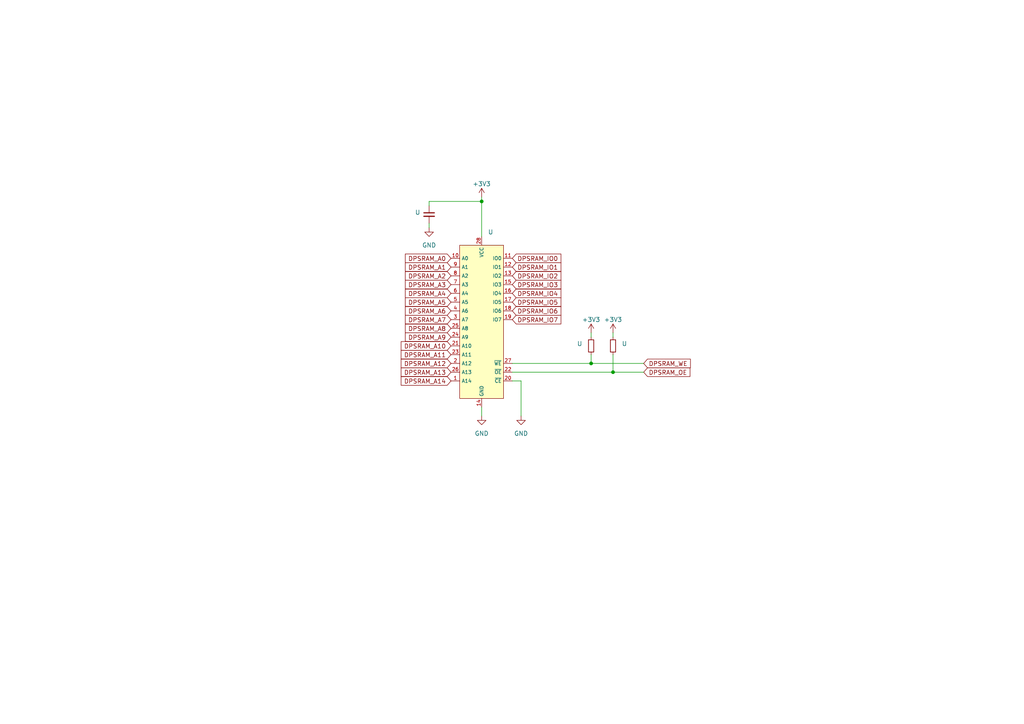
<source format=kicad_sch>
(kicad_sch (version 20220404) (generator eeschema)
  (paper "A4")
  (lib_symbols
    (symbol "Device:C_Small" (pin_numbers hide) (pin_names (offset 0.254) hide)
      (property "Reference" "C" (at 0.254 1.778 0))
      (property "Value" "C_Small" (at 0.254 -2.032 0))
      (symbol "C_Small_0_1"
        (polyline (pts (xy -1.524 -0.508) (xy 1.524 -0.508)) (stroke (width 0.3302)))
        (polyline (pts (xy -1.524 0.508) (xy 1.524 0.508)) (stroke (width 0.3048)))
      )
      (symbol "C_Small_1_1"
        (pin passive line (at 0 2.54 270) (length 2.032) (name "~") (number "1"))
        (pin passive line (at 0 -2.54 90) (length 2.032) (name "~") (number "2"))
      )
    )
    (symbol "Device:R_Small" (pin_numbers hide) (pin_names (offset 0.254) hide)
      (property "Reference" "R" (at 0.762 0.508 0))
      (property "Value" "R_Small" (at 0.762 -1.016 0))
      (symbol "R_Small_0_1"
        (rectangle (start -0.762 1.778) (end 0.762 -1.778) (stroke (width 0.2032)))
      )
      (symbol "R_Small_1_1"
        (pin passive line (at 0 2.54 270) (length 0.762) (name "~") (number "1"))
        (pin passive line (at 0 -2.54 90) (length 0.762) (name "~") (number "2"))
      )
    )
    (symbol "IS62LV256:S62LV256AL-45TLI"
      (property "Reference" "U?" (at 1.8289 -2.54 0))
      (property "Value" "S62LV256AL-45TLI" (at 1.8289 -5.08 0))
      (symbol "S62LV256AL-45TLI_0_1"
        (rectangle (start -6.35 -6.35) (end 6.35 -50.8) (stroke (width 0.1524)) (fill (type background)))
      )
      (symbol "S62LV256AL-45TLI_1_1"
        (pin input line (at -8.89 -45.72 0) (length 2.54) (name "A14") (number "1"))
        (pin input line (at -8.89 -10.16 0) (length 2.54) (name "A0") (number "10"))
        (pin bidirectional line (at 8.89 -10.16 180) (length 2.54) (name "IO0") (number "11"))
        (pin bidirectional line (at 8.89 -12.7 180) (length 2.54) (name "IO1") (number "12"))
        (pin bidirectional line (at 8.89 -15.24 180) (length 2.54) (name "IO2") (number "13"))
        (pin power_in line (at 0 -53.34 90) (length 2.54) (name "GND") (number "14"))
        (pin bidirectional line (at 8.89 -17.78 180) (length 2.54) (name "IO3") (number "15"))
        (pin bidirectional line (at 8.89 -20.32 180) (length 2.54) (name "IO4") (number "16"))
        (pin bidirectional line (at 8.89 -22.86 180) (length 2.54) (name "IO5") (number "17"))
        (pin bidirectional line (at 8.89 -25.4 180) (length 2.54) (name "IO6") (number "18"))
        (pin bidirectional line (at 8.89 -27.94 180) (length 2.54) (name "IO7") (number "19"))
        (pin input line (at -8.89 -40.64 0) (length 2.54) (name "A12") (number "2"))
        (pin input line (at 8.89 -45.72 180) (length 2.54) (name "~{CE}") (number "20"))
        (pin input line (at -8.89 -35.56 0) (length 2.54) (name "A10") (number "21"))
        (pin input line (at 8.89 -43.18 180) (length 2.54) (name "~{OE}") (number "22"))
        (pin input line (at -8.89 -38.1 0) (length 2.54) (name "A11") (number "23"))
        (pin input line (at -8.89 -33.02 0) (length 2.54) (name "A9") (number "24"))
        (pin input line (at -8.89 -30.48 0) (length 2.54) (name "A8") (number "25"))
        (pin input line (at -8.89 -43.18 0) (length 2.54) (name "A13") (number "26"))
        (pin input line (at 8.89 -40.64 180) (length 2.54) (name "~{WE}") (number "27"))
        (pin power_in line (at 0 -3.81 270) (length 2.54) (name "VCC") (number "28"))
        (pin input line (at -8.89 -27.94 0) (length 2.54) (name "A7") (number "3"))
        (pin input line (at -8.89 -25.4 0) (length 2.54) (name "A6") (number "4"))
        (pin input line (at -8.89 -22.86 0) (length 2.54) (name "A5") (number "5"))
        (pin input line (at -8.89 -20.32 0) (length 2.54) (name "A4") (number "6"))
        (pin input line (at -8.89 -17.78 0) (length 2.54) (name "A3") (number "7"))
        (pin input line (at -8.89 -15.24 0) (length 2.54) (name "A2") (number "8"))
        (pin input line (at -8.89 -12.7 0) (length 2.54) (name "A1") (number "9"))
      )
    )
    (symbol "power:+3V3" (power) (pin_names (offset 0))
      (property "Value" "+3V3" (at 0 3.556 0))
      (symbol "+3V3_0_1"
        (polyline (pts (xy -0.762 1.27) (xy 0 2.54)))
        (polyline (pts (xy 0 0) (xy 0 2.54)))
        (polyline (pts (xy 0 2.54) (xy 0.762 1.27)))
      )
      (symbol "+3V3_1_1"
        (pin power_in line (at 0 0 90) (length 0) hide (name "+3V3") (number "1"))
      )
    )
    (symbol "power:GND" (power) (pin_names (offset 0))
      (property "Value" "GND" (at 0 -3.81 0))
      (symbol "GND_0_1"
        (polyline (pts (xy 0 0) (xy 0 -1.27) (xy 1.27 -1.27) (xy 0 -2.54) (xy -1.27 -1.27) (xy 0 -1.27)))
      )
      (symbol "GND_1_1"
        (pin power_in line (at 0 0 270) (length 0) hide (name "GND") (number "1"))
      )
    )
  )
  (junction (at 177.8 107.95))
  (junction (at 171.45 105.41))
  (junction (at 139.7 58.42))
  (wire (pts (xy 148.59 105.41) (xy 171.45 105.41)))
  (wire (pts (xy 171.45 102.87) (xy 171.45 105.41)))
  (wire (pts (xy 171.45 105.41) (xy 186.69 105.41)))
  (wire (pts (xy 148.59 110.49) (xy 151.13 110.49)))
  (wire (pts (xy 177.8 107.95) (xy 186.69 107.95)))
  (wire (pts (xy 124.46 58.42) (xy 124.46 59.69)))
  (wire (pts (xy 151.13 110.49) (xy 151.13 120.65)))
  (wire (pts (xy 124.46 64.77) (xy 124.46 66.04)))
  (wire (pts (xy 139.7 58.42) (xy 124.46 58.42)))
  (wire (pts (xy 139.7 57.15) (xy 139.7 58.42)))
  (wire (pts (xy 177.8 96.52) (xy 177.8 97.79)))
  (wire (pts (xy 171.45 96.52) (xy 171.45 97.79)))
  (wire (pts (xy 139.7 68.58) (xy 139.7 58.42)))
  (wire (pts (xy 139.7 118.11) (xy 139.7 120.65)))
  (wire (pts (xy 177.8 107.95) (xy 177.8 102.87)))
  (wire (pts (xy 148.59 107.95) (xy 177.8 107.95)))
  (global_label "DPSRAM_A12" (shape input) (at 130.81 105.41 180) (property "Intersheetrefs" "${INTERSHEET_REFS}" (at 115.9332 105.41 0) (effects (justify right))))
  (global_label "DPSRAM_A11" (shape input) (at 130.81 102.87 180) (property "Intersheetrefs" "${INTERSHEET_REFS}" (at 115.9332 102.87 0) (effects (justify right))))
  (global_label "DPSRAM_A0" (shape input) (at 130.81 74.93 180) (property "Intersheetrefs" "${INTERSHEET_REFS}" (at 117.1427 74.93 0) (effects (justify right))))
  (global_label "DPSRAM_A1" (shape input) (at 130.81 77.47 180) (property "Intersheetrefs" "${INTERSHEET_REFS}" (at 117.1427 77.47 0) (effects (justify right))))
  (global_label "DPSRAM_WE" (shape input) (at 186.69 105.41 0) (property "Intersheetrefs" "${INTERSHEET_REFS}" (at 200.6596 105.41 0) (effects (justify left))))
  (global_label "DPSRAM_IO0" (shape input) (at 148.59 74.93 0) (property "Intersheetrefs" "${INTERSHEET_REFS}" (at 163.104 74.93 0) (effects (justify left))))
  (global_label "DPSRAM_A8" (shape input) (at 130.81 95.25 180) (property "Intersheetrefs" "${INTERSHEET_REFS}" (at 117.1427 95.25 0) (effects (justify right))))
  (global_label "DPSRAM_A5" (shape input) (at 130.81 87.63 180) (property "Intersheetrefs" "${INTERSHEET_REFS}" (at 117.1427 87.63 0) (effects (justify right))))
  (global_label "DPSRAM_IO2" (shape input) (at 148.59 80.01 0) (property "Intersheetrefs" "${INTERSHEET_REFS}" (at 163.104 80.01 0) (effects (justify left))))
  (global_label "DPSRAM_A14" (shape input) (at 130.81 110.49 180) (property "Intersheetrefs" "${INTERSHEET_REFS}" (at 115.9332 110.49 0) (effects (justify right))))
  (global_label "DPSRAM_A3" (shape input) (at 130.81 82.55 180) (property "Intersheetrefs" "${INTERSHEET_REFS}" (at 117.1427 82.55 0) (effects (justify right))))
  (global_label "DPSRAM_A10" (shape input) (at 130.81 100.33 180) (property "Intersheetrefs" "${INTERSHEET_REFS}" (at 115.9332 100.33 0) (effects (justify right))))
  (global_label "DPSRAM_A7" (shape input) (at 130.81 92.71 180) (property "Intersheetrefs" "${INTERSHEET_REFS}" (at 117.1427 92.71 0) (effects (justify right))))
  (global_label "DPSRAM_A2" (shape input) (at 130.81 80.01 180) (property "Intersheetrefs" "${INTERSHEET_REFS}" (at 117.1427 80.01 0) (effects (justify right))))
  (global_label "DPSRAM_IO4" (shape input) (at 148.59 85.09 0) (property "Intersheetrefs" "${INTERSHEET_REFS}" (at 163.104 85.09 0) (effects (justify left))))
  (global_label "DPSRAM_IO6" (shape input) (at 148.59 90.17 0) (property "Intersheetrefs" "${INTERSHEET_REFS}" (at 163.104 90.17 0) (effects (justify left))))
  (global_label "DPSRAM_A6" (shape input) (at 130.81 90.17 180) (property "Intersheetrefs" "${INTERSHEET_REFS}" (at 117.1427 90.17 0) (effects (justify right))))
  (global_label "DPSRAM_IO5" (shape input) (at 148.59 87.63 0) (property "Intersheetrefs" "${INTERSHEET_REFS}" (at 163.104 87.63 0) (effects (justify left))))
  (global_label "DPSRAM_IO3" (shape input) (at 148.59 82.55 0) (property "Intersheetrefs" "${INTERSHEET_REFS}" (at 163.104 82.55 0) (effects (justify left))))
  (global_label "DPSRAM_IO7" (shape input) (at 148.59 92.71 0) (property "Intersheetrefs" "${INTERSHEET_REFS}" (at 163.104 92.71 0) (effects (justify left))))
  (global_label "DPSRAM_A13" (shape input) (at 130.81 107.95 180) (property "Intersheetrefs" "${INTERSHEET_REFS}" (at 115.9332 107.95 0) (effects (justify right))))
  (global_label "DPSRAM_A4" (shape input) (at 130.81 85.09 180) (property "Intersheetrefs" "${INTERSHEET_REFS}" (at 117.1427 85.09 0) (effects (justify right))))
  (global_label "DPSRAM_A9" (shape input) (at 130.81 97.79 180) (property "Intersheetrefs" "${INTERSHEET_REFS}" (at 117.1427 97.79 0) (effects (justify right))))
  (global_label "DPSRAM_IO1" (shape input) (at 148.59 77.47 0) (property "Intersheetrefs" "${INTERSHEET_REFS}" (at 163.104 77.47 0) (effects (justify left))))
  (global_label "DPSRAM_OE" (shape input) (at 186.69 107.95 0) (property "Intersheetrefs" "${INTERSHEET_REFS}" (at 200.5387 107.95 0) (effects (justify left))))
  (symbol (lib_id "power:GND") (at 151.13 120.65 0) (unit 1)
    (default_instance (reference "U") (unit 1) (value "") (footprint ""))
    (property "Reference" "U" (effects hide))
  )
  (symbol (lib_id "IS62LV256:S62LV256AL-45TLI") (at 139.7 64.77 0) (unit 1)
    (default_instance (reference "U") (unit 1) (value "") (footprint ""))
    (property "Reference" "U" (at 141.5289 67.31 0) (effects (justify left)))
  )
  (symbol (lib_id "Device:R_Small") (at 177.8 100.33 0) (mirror y) (unit 1)
    (default_instance (reference "U") (unit 1) (value "") (footprint ""))
    (property "Reference" "U" (at 180.34 99.695 0) (effects (justify right)))
    (property "Part Number" "RC0603JR-0710KL" (effects hide))
  )
  (symbol (lib_id "Device:C_Small") (at 124.46 62.23 0) (mirror y) (unit 1)
    (default_instance (reference "U") (unit 1) (value "") (footprint ""))
    (property "Reference" "U" (at 121.92 61.6013 0) (effects (justify left)))
    (property "Part Number" "EMK107B7104KA-T" (effects hide))
  )
  (symbol (lib_id "power:+3V3") (at 177.8 96.52 0) (unit 1)
    (default_instance (reference "U") (unit 1) (value "") (footprint ""))
    (property "Reference" "U" (effects hide))
  )
  (symbol (lib_id "Device:R_Small") (at 171.45 100.33 0) (mirror y) (unit 1)
    (default_instance (reference "U") (unit 1) (value "") (footprint ""))
    (property "Reference" "U" (at 168.91 99.695 0) (effects (justify left)))
    (property "Part Number" "RC0603JR-0710KL" (effects hide))
  )
  (symbol (lib_id "power:+3V3") (at 139.7 57.15 0) (unit 1)
    (default_instance (reference "U") (unit 1) (value "") (footprint ""))
    (property "Reference" "U" (effects hide))
  )
  (symbol (lib_id "power:+3V3") (at 171.45 96.52 0) (unit 1)
    (default_instance (reference "U") (unit 1) (value "") (footprint ""))
    (property "Reference" "U" (effects hide))
  )
  (symbol (lib_id "power:GND") (at 139.7 120.65 0) (unit 1)
    (default_instance (reference "U") (unit 1) (value "") (footprint ""))
    (property "Reference" "U" (effects hide))
  )
  (symbol (lib_id "power:GND") (at 124.46 66.04 0) (mirror y) (unit 1)
    (default_instance (reference "U") (unit 1) (value "") (footprint ""))
    (property "Reference" "U" (effects hide))
  )
)
</source>
